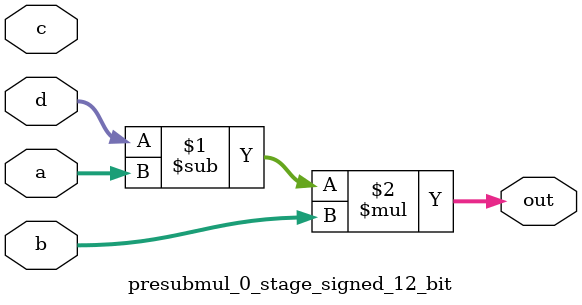
<source format=sv>
(* use_dsp = "yes" *) module presubmul_0_stage_signed_12_bit(
	input signed [11:0] a,
	input signed [11:0] b,
	input signed [11:0] c,
	input signed [11:0] d,
	output [11:0] out
	);

	assign out = (d - a) * b;
endmodule

</source>
